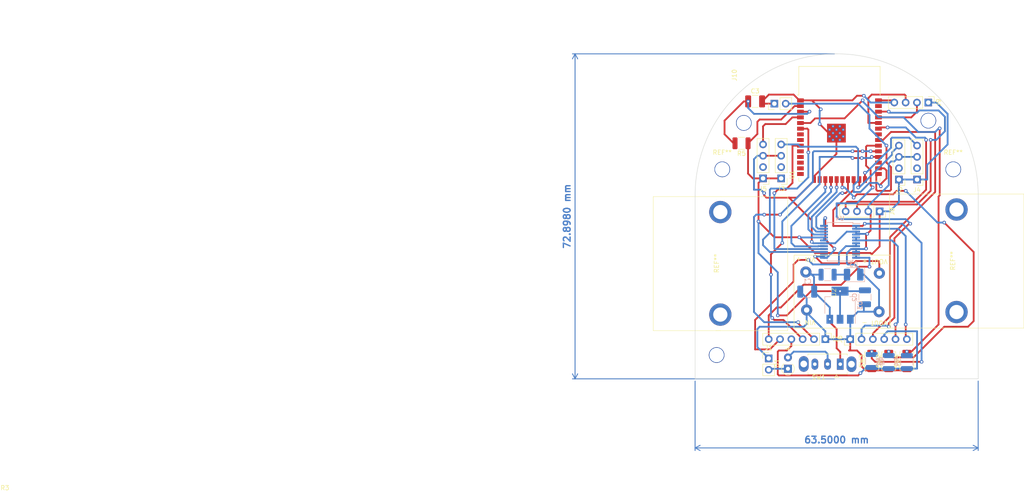
<source format=kicad_pcb>
(kicad_pcb (version 20221018) (generator pcbnew)
  (layers (0 "F.Cu" signal) (31 "B.Cu" signal) (34 "B.Paste" user) (35 "F.Paste" user) (36 "B.SilkS" user "B.Silkscreen") (37 "F.SilkS" user "F.Silkscreen") (38 "B.Mask" user) (39 "F.Mask" user) (44 "Edge.Cuts" user))
  (net 0 "")
  (net 1 "/VIn")
  (net 2 "GND")
  (net 3 "/3.3v")
  (net 4 "Net-(D1-A)")
  (net 5 "Net-(D1-K)")
  (net 6 "/BTN3")
  (net 7 "Net-(D3-A)")
  (net 9 "/SHARP_D")
  (net 11 "/SHARP_I")
  (net 13 "/SHARP_C")
  (net 15 "/CNY70")
  (net 16 "/MA1")
  (net 17 "/MA2")
  (net 18 "/AO1")
  (net 19 "/AO2")
  (net 20 "/MB1")
  (net 21 "/MB2")
  (net 22 "/BO2")
  (net 23 "/BO1")
  (net 24 "/SCL")
  (net 25 "/SDA")
  (net 26 "/BTN1")
  (net 27 "/BTN2")
  (net 29 "/RX")
  (net 30 "/TX")
  (net 38 "/P0")
  (net 41 "/PWMB")
  (net 42 "/PWMA")
  (net 44 "/Vm")
  (net 45 "/INA2")
  (net 46 "/INA1")
  (net 47 "/INB2")
  (net 48 "/INB1")
  (net 50 "/EN")
  (footprint "" (layer "F.Cu") (at 150.622 118.364)
    (fp_text reference "")
    (fp_text value "")
  )
  (footprint "Connector_PinHeader_2.54mm:PinHeader_1x04_P2.54mm_Vertical" (layer "F.Cu") (at 195.58 78.994 180)
    (fp_text reference "J4")
    (fp_text value "Conn_01x04_Male")
  )
  (footprint "RF_Module:ESP32-WROOM-32" (layer "F.Cu") (at 178.176 69.489)
    (fp_text reference "U1")
    (fp_text value "ESP32-WROOM-32" hide)
  )
  (footprint "propios:MotorHolder" (layer "F.Cu") (at 140.462 97.79 90)
    (fp_text reference "REF**")
    (fp_text value "MotorHolder")
  )
  (footprint "" (layer "F.Cu") (at 156.718 66.294)
    (fp_text reference "")
    (fp_text value "")
  )
  (footprint "Connector_PinHeader_2.54mm:PinHeader_1x06_P2.54mm_Vertical" (layer "F.Cu") (at 175.006 114.808 -90)
    (fp_text reference "J7")
    (fp_text value "Conn_01x06_Female" hide)
  )
  (footprint "MountingHole:MountingHole_3.2mm_M3_DIN965_Pad" (layer "F.Cu") (at 203.708 76.708)
    (fp_text reference "REF**")
    (fp_text value "MountingHole_3.2mm_M3_DIN965_Pad")
  )
  (footprint "MountingHole:MountingHole_3.2mm_M3_DIN965_Pad" (layer "F.Cu") (at 151.892 76.708)
    (fp_text reference "REF**")
    (fp_text value "MountingHole_3.2mm_M3_DIN965_Pad")
  )
  (footprint "Connector_PinHeader_2.54mm:PinHeader_1x04_P2.54mm_Vertical" (layer "F.Cu") (at 161.036 78.74 180)
    (fp_text reference "J5")
    (fp_text value "Conn_01x04_Male")
  )
  (footprint "Button_Switch_THT:SW_Slide_1P2T_CK_OS102011MS2Q" (layer "F.Cu") (at 177.514 120.396 180)
    (fp_text reference "SW1")
    (fp_text value "SW_DPDT_x2" hide)
  )
  (footprint "propios:Sx1308" (layer "F.Cu") (at 177.4055 104.341 90)
    (fp_text reference "U2")
    (fp_text value "Mt3608")
  )
  (footprint "Capacitor_SMD:C_1210_3225Metric_Pad1.33x2.70mm_HandSolder" (layer "F.Cu") (at 159.258 61.468)
    (fp_text reference "C3")
    (fp_text value "1uf")
  )
  (footprint "Button_Switch_SMD:SW_Push_SPST_NO_Alps_SKRK" (layer "F.Cu") (at 185.42 119.6955 90)
    (fp_text reference "SW3")
    (fp_text value "SW_Push")
  )
  (footprint "Button_Switch_SMD:SW_Push_SPST_NO_Alps_SKRK" (layer "F.Cu") (at 189.23 119.6955 90)
    (fp_text reference "SW2")
    (fp_text value "SW_Push")
  )
  (footprint "Connector_PinHeader_2.54mm:PinHeader_1x02_P2.54mm_Vertical" (layer "F.Cu") (at 162.306 119.126)
    (fp_text reference "J1")
    (fp_text value "Conn_01x02_Male")
  )
  (footprint "Connector_PinHeader_2.54mm:PinHeader_1x06_P2.54mm_Vertical" (layer "F.Cu") (at 180.594 114.808 90)
    (fp_text reference "J6")
    (fp_text value "Conn_01x06_Female")
  )
  (footprint "" (layer "F.Cu") (at 198.12 65.786)
    (fp_text reference "")
    (fp_text value "")
  )
  (footprint "Connector_PinSocket_2.54mm:PinSocket_1x04_P2.54mm_Vertical" (layer "F.Cu") (at 187.188 86.131 -90)
    (fp_text reference "J8")
    (fp_text value "Conn_01x04_Socket")
  )
  (footprint "Diode_THT:D_A-405_P2.54mm_Vertical_AnodeUp" (layer "F.Cu") (at 166.624 121.441 90)
    (fp_text reference "D1")
    (fp_text value "type=\"D\" model=\"DIODE\" lib=\"\"")
  )
  (footprint "propios:MotorHolder" (layer "F.Cu") (at 193.45 97.217 90)
    (fp_text reference "REF**")
    (fp_text value "MotorHolder")
  )
  (footprint "Button_Switch_SMD:SW_Push_SPST_NO_Alps_SKRK" (layer "F.Cu") (at 193.294 119.6955 90)
    (fp_text reference "SW4")
    (fp_text value "SW_Push")
  )
  (footprint "Connector_PinHeader_2.54mm:PinHeader_1x02_P2.54mm_Vertical" (layer "F.Cu") (at 163.576 61.976 90)
    (fp_text reference "J10")
    (fp_text value "Conn_01x02_Pin")
  )
  (footprint "Connector_PinHeader_2.54mm:PinHeader_1x04_P2.54mm_Vertical" (layer "F.Cu") (at 198.1 61.722 -90)
    (fp_text reference "J9")
    (fp_text value "Conn_01x04_Pin")
  )
  (footprint "Connector_PinHeader_2.54mm:PinHeader_1x04_P2.54mm_Vertical" (layer "F.Cu") (at 165.1 78.74 180)
    (fp_text reference "J3")
    (fp_text value "Conn_01x04_Male")
  )
  (footprint "Resistor_SMD:R_1210_3225Metric" (layer "F.Cu") (at 156.21 70.866 180)
    (fp_text reference "R5")
    (fp_text value "10k")
  )
  (footprint "Connector_PinHeader_2.54mm:PinHeader_1x04_P2.54mm_Vertical" (layer "F.Cu") (at 191.516 78.994 180)
    (fp_text reference "J2")
    (fp_text value "Conn_01x04_Male")
  )
  (footprint "Resistor_SMD:R_1210_3225Metric" (layer "B.Cu") (at 175.514 100.33 180)
    (fp_text reference "R3")
    (fp_text value "R")
  )
  (footprint "Resistor_SMD:R_1210_3225Metric" (layer "B.Cu") (at 189.23 119.9495 -90)
    (fp_text reference "R1")
    (fp_text value "R")
  )
  (footprint "Capacitor_SMD:C_1210_3225Metric_Pad1.33x2.70mm_HandSolder" (layer "B.Cu") (at 170.942 104.14 180)
    (fp_text reference "C1")
    (fp_text value "C_Polarized")
  )
  (footprint "LED_SMD:LED_1210_3225Metric_Pad1.42x2.65mm_HandSolder" (layer "B.Cu") (at 181.356 100.33 180)
    (fp_text reference "D3")
    (fp_text value "LED")
  )
  (footprint "Package_TO_SOT_SMD:SOT-223-3_TabPin2" (layer "B.Cu") (at 178.308 107.188 90)
    (fp_text reference "U3")
    (fp_text value "AMS1117-3.3")
  )
  (footprint "Resistor_SMD:R_1210_3225Metric" (layer "B.Cu") (at 193.294 119.9495 -90)
    (fp_text reference "R4")
    (fp_text value "R")
  )
  (footprint "Capacitor_SMD:C_1210_3225Metric_Pad1.33x2.70mm_HandSolder" (layer "B.Cu") (at 183.896 105.41 -90)
    (fp_text reference "C2")
    (fp_text value "C_Polarized")
  )
  (footprint "Package_SO:SSOP-24_5.3x8.2mm_P0.65mm" (layer "B.Cu") (at 178.308 92.964 180)
    (fp_text reference "U4")
    (fp_text value "TB6612FNG")
  )
  (footprint "Resistor_SMD:R_1210_3225Metric" (layer "B.Cu") (at 185.42 119.6955 90)
    (fp_text reference "R2")
    (fp_text value "R")
  )
  (gr_arc (start 145.796 82.55) (mid 177.546 50.8) (end 209.296 82.55) (stroke (width 0.1)) (layer "Edge.Cuts"))
  (gr_line (start 209.296 82.55) (end 209.296 112.776) (stroke (width 0.1)) (layer "Edge.Cuts"))
  (gr_line (start 145.796 123.698) (end 209.296 123.698) (stroke (width 0.1)) (layer "Edge.Cuts"))
  (gr_line (start 145.796 112.776) (end 145.796 123.698) (stroke (width 0.1)) (layer "Edge.Cuts"))
  (gr_line (start 145.796 112.776) (end 145.796 82.55) (stroke (width 0.1)) (layer "Edge.Cuts"))
  (gr_line (start 209.296 123.698) (end 209.296 112.776) (stroke (width 0.1)) (layer "Edge.Cuts"))
  (dimension (type aligned) (layer "B.Cu") (pts (xy 145.796 123.698) (xy 209.296 123.698)) (height 15.494) (gr_text "63,5000 mm" (at 177.546 137.392) (layer "B.Cu") (effects (font (size 1.5 1.5) (thickness 0.3)))) (format (prefix "") (suffix "") (units 3) (units_format 1) (precision 4)) (style (thickness 0.2) (arrow_length 1.27) (text_position_mode 0) (extension_height 0.58642) (extension_offset 0.5) keep_text_aligned))
  (dimension (type aligned) (layer "B.Cu") (pts (xy 177.546 123.698) (xy 177.546 50.8)) (height -58.674) (gr_text "72,8980 mm" (at 117.072 87.249 90) (layer "B.Cu") (effects (font (size 1.5 1.5) (thickness 0.3)))) (format (prefix "") (suffix "") (units 3) (units_format 1) (precision 4)) (style (thickness 0.2) (arrow_length 1.27) (text_position_mode 0) (extension_height 0.58642) (extension_offset 0.5) keep_text_aligned))
  (segment (start 178.354 117.648) (end 177.546 116.84) (width 0.4) (layer "F.Cu") (net 1))
  (segment (start 177.546 116.84) (end 177.546 112.522) (width 0.4) (layer "F.Cu") (net 1))
  (segment (start 176.008 110.984) (end 176.008 110.338) (width 0.4) (layer "F.Cu") (net 1))
  (segment (start 177.546 112.522) (end 176.008 110.984) (width 0.4) (layer "F.Cu") (net 1))
  (segment (start 178.354 120.416) (end 178.354 117.648) (width 0.4) (layer "F.Cu") (net 1))
  (via (at 176.008 110.338) (size 0.8) (drill 0.4) (layers "F.Cu" "B.Cu") (net 1))
  (segment (start 172.466 100.838) (end 171.367 99.739) (width 0.4) (layer "B.Cu") (net 1))
  (segment (start 174.0515 100.33) (end 171.2265 100.33) (width 0.4) (layer "B.Cu") (net 1))
  (segment (start 171.2265 100.33) (end 170.6355 99.739) (width 0.4) (layer "B.Cu") (net 1))
  (segment (start 176.008 107.682) (end 172.466 104.14) (width 0.4) (layer "B.Cu") (net 1))
  (segment (start 172.466 104.14) (end 172.466 100.838) (width 0.4) (layer "B.Cu") (net 1))
  (segment (start 171.367 99.739) (end 170.6355 99.739) (width 0.4) (layer "B.Cu") (net 1))
  (segment (start 176.008 110.338) (end 176.008 107.682) (width 0.4) (layer "B.Cu") (net 1))
  (segment (start 172.466 78.269) (end 177.496 73.239) (width 0.4) (layer "F.Cu") (net 2))
  (segment (start 182.118 117.348) (end 180.34 117.348) (width 0.4) (layer "F.Cu") (net 2))
  (segment (start 161.29 82.55) (end 161.29 82.042) (width 0.4) (layer "F.Cu") (net 2))
  (segment (start 185.166 90.424) (end 185.166 86.649) (width 0.4) (layer "F.Cu") (net 2))
  (segment (start 183.134 118.364) (end 182.118 117.348) (width 0.4) (layer "F.Cu") (net 2))
  (segment (start 184.404 91.186) (end 185.166 90.424) (width 0.4) (layer "F.Cu") (net 2))
  (segment (start 169.426 61.239) (end 169.189 61.239) (width 0.4) (layer "F.Cu") (net 2))
  (segment (start 163.576 61.976) (end 161.0745 61.976) (width 0.4) (layer "F.Cu") (net 2))
  (segment (start 184.15 91.44) (end 184.404 91.186) (width 0.4) (layer "F.Cu") (net 2))
  (segment (start 169.189 61.239) (end 167.894 59.944) (width 0.4) (layer "F.Cu") (net 2))
  (segment (start 175.767 68.579) (end 173.736 66.548) (width 0.4) (layer "F.Cu") (net 2))
  (segment (start 169.164 82.55) (end 168.656 83.058) (width 0.4) (layer "F.Cu") (net 2))
  (segment (start 172.466 78.999) (end 172.466 78.269) (width 0.4) (layer "F.Cu") (net 2))
  (segment (start 182.118 60.198) (end 183.642 60.198) (width 0.4) (layer "F.Cu") (net 2))
  (segment (start 171.983 61.239) (end 171.704 61.239) (width 0.4) (layer "F.Cu") (net 2))
  (segment (start 168.656 83.058) (end 166.878 83.058) (width 0.4) (layer "F.Cu") (net 2))
  (segment (start 165.1 73.66) (end 161.036 73.66) (width 0.4) (layer "F.Cu") (net 2))
  (segment (start 166.878 83.058) (end 161.798 83.058) (width 0.4) (layer "F.Cu") (net 2))
  (segment (start 171.958 92.964) (end 171.958 88.138) (width 0.4) (layer "F.Cu") (net 2))
  (segment (start 177.496 68.579) (end 175.767 68.579) (width 0.4) (layer "F.Cu") (net 2))
  (segment (start 172.466 79.248) (end 169.164 82.55) (width 0.4) (layer "F.Cu") (net 2))
  (segment (start 171.704 61.239) (end 169.426 61.239) (width 0.4) (layer "F.Cu") (net 2))
  (segment (start 183.134 120.904) (end 183.134 118.364) (width 0.4) (layer "F.Cu") (net 2))
  (segment (start 177.496 73.239) (end 177.496 68.579) (width 0.4) (layer "F.Cu") (net 2))
  (segment (start 171.958 88.138) (end 166.878 83.058) (width 0.4) (layer "F.Cu") (net 2))
  (segment (start 185.166 86.649) (end 184.648 86.131) (width 0.4) (layer "F.Cu") (net 2))
  (segment (start 161.798 83.058) (end 161.29 82.55) (width 0.4) (layer "F.Cu") (net 2))
  (segment (start 180.594 117.094) (end 180.594 114.808) (width 0.4) (layer "F.Cu") (net 2))
  (segment (start 172.466 78.999) (end 172.466 79.248) (width 0.4) (layer "F.Cu") (net 2))
  (segment (start 185.42 121.7955) (end 184.0255 121.7955) (width 0.4) (layer "F.Cu") (net 2))
  (segment (start 171.704 61.239) (end 181.077 61.239) (width 0.4) (layer "F.Cu") (net 2))
  (segment (start 181.077 61.239) (end 182.118 60.198) (width 0.4) (layer "F.Cu") (net 2))
  (segment (start 167.894 59.944) (end 162.3445 59.944) (width 0.4) (layer "F.Cu") (net 2))
  (segment (start 184.15 94.488) (end 184.15 91.44) (width 0.4) (layer "F.Cu") (net 2))
  (segment (start 189.997 61.239) (end 186.926 61.239) (width 0.4) (layer "F.Cu") (net 2))
  (segment (start 180.34 117.348) (end 180.594 117.094) (width 0.4) (layer "F.Cu") (net 2))
  (segment (start 173.99 63.246) (end 171.983 61.239) (width 0.4) (layer "F.Cu") (net 2))
  (segment (start 162.3445 59.944) (end 160.8205 61.468) (width 0.4) (layer "F.Cu") (net 2))
  (segment (start 193.294 121.7955) (end 185.42 121.7955) (width 0.4) (layer "F.Cu") (net 2))
  (segment (start 190.48 61.722) (end 189.997 61.239) (width 0.4) (layer "F.Cu") (net 2))
  (segment (start 184.0255 121.7955) (end 183.134 120.904) (width 0.4) (layer "F.Cu") (net 2))
  (via (at 161.29 82.042) (size 0.8) (drill 0.4) (layers "F.Cu" "B.Cu") (net 2))
  (via (at 173.736 66.548) (size 0.8) (drill 0.4) (layers "F.Cu" "B.Cu") (net 2))
  (via (at 183.642 60.198) (size 0.8) (drill 0.4) (layers "F.Cu" "B.Cu") (net 2))
  (via (at 184.404 91.186) (size 0.8) (drill 0.4) (layers "F.Cu" "B.Cu") (net 2))
  (via (at 171.958 92.964) (size 0.8) (drill 0.4) (layers "F.Cu" "B.Cu") (net 2))
  (via (at 173.99 63.246) (size 0.8) (drill 0.4) (layers "F.Cu" "B.Cu") (net 2))
  (via (at 184.15 94.488) (size 0.8) (drill 0.4) (layers "F.Cu" "B.Cu") (net 2))
  (segment (start 187.0555 108.639) (end 183.642 108.639) (width 0.4) (layer "B.Cu") (net 2))
  (segment (start 182.8435 100.33) (end 182.8435 99.2775) (width 0.4) (layer "B.Cu") (net 2))
  (segment (start 184.049 94.589) (end 184.15 94.488) (width 0.4) (layer "B.Cu") (net 2))
  (segment (start 181.61 98.044) (end 180.086 98.044) (width 0.4) (layer "B.Cu") (net 2))
  (segment (start 160.274 112.014) (end 159.766 112.522) (width 0.4) (layer "B.Cu") (net 2))
  (segment (start 172.283 93.289) (end 171.958 92.964) (width 0.4) (layer "B.Cu") (net 2))
  (segment (start 184.404 91.186) (end 182.061 91.186) (width 0.4) (layer "B.Cu") (net 2))
  (segment (start 184.648 86.131) (end 184.648 84.846) (width 0.4) (layer "B.Cu") (net 2))
  (segment (start 185.166 61.722) (end 190.48 61.722) (width 0.4) (layer "B.Cu") (net 2))
  (segment (start 182.8435 99.2775) (end 181.61 98.044) (width 0.4) (layer "B.Cu") (net 2))
  (segment (start 159.766 73.66) (end 161.036 73.66) (width 0.4) (layer "B.Cu") (net 2))
  (segment (start 183.642 108.639) (end 182.307 108.639) (width 0.4) (layer "B.Cu") (net 2))
  (segment (start 159.004 74.422) (end 159.766 73.66) (width 0.4) (layer "B.Cu") (net 2))
  (segment (start 183.642 100.33) (end 182.8435 100.33) (width 0.4) (layer "B.Cu") (net 2))
  (segment (start 160.528 81.28) (end 159.004 81.28) (width 0.4) (layer "B.Cu") (net 2))
  (segment (start 180.594 114.808) (end 175.006 114.808) (width 0.4) (layer "B.Cu") (net 2))
  (segment (start 161.29 82.042) (end 160.528 81.28) (width 0.4) (layer "B.Cu") (net 2))
  (segment (start 184.648 84.846) (end 189.23 80.264) (width 0.4) (layer "B.Cu") (net 2))
  (segment (start 170.8155 108.259) (end 170.8155 108.8395) (width 0.4) (layer "B.Cu") (net 2))
  (segment (start 183.642 108.639) (end 183.642 107.2265) (width 0.4) (layer "B.Cu") (net 2))
  (segment (start 181.908 90.689) (end 179.821 90.689) (width 0.4) (layer "B.Cu") (net 2))
  (segment (start 182.307 108.639) (end 180.608 110.338) (width 0.4) (layer "B.Cu") (net 2))
  (segment (start 189.23 80.264) (end 189.23 75.438) (width 0.4) (layer "B.Cu") (net 2))
  (segment (start 173.736 66.548) (end 173.736 63.5) (width 0.4) (layer "B.Cu") (net 2))
  (segment (start 189.23 75.438) (end 189.738 74.93) (width 0.4) (layer "B.Cu") (net 2))
  (segment (start 181.908 94.589) (end 184.049 94.589) (width 0.4) (layer "B.Cu") (net 2))
  (segment (start 190.5 74.93) (end 191.516 73.914) (width 0.4) (layer "B.Cu") (net 2))
  (segment (start 159.766 116.586) (end 162.306 119.126) (width 0.4) (layer "B.Cu") (net 2))
  (segment (start 179.821 90.689) (end 177.221 93.289) (width 0.4) (layer "B.Cu") (net 2))
  (segment (start 170.8155 108.259) (end 170.8155 111.3785) (width 0.4) (layer "B.Cu") (net 2))
  (segment (start 195.58 73.914) (end 191.516 73.914) (width 0.4) (layer "B.Cu") (net 2))
  (segment (start 170.8155 108.259) (end 170.8155 105.576) (width 0.4) (layer "B.Cu") (net 2))
  (segment (start 180.608 114.794) (end 180.594 114.808) (width 0.4) (layer "B.Cu") (net 2))
  (segment (start 170.8155 105.576) (end 169.3795 104.14) (width 0.4) (layer "B.Cu") (net 2))
  (segment (start 170.8155 108.8395) (end 175.006 113.03) (width 0.4) (layer "B.Cu") (net 2))
  (segment (start 181.908 90.689) (end 181.908 91.339) (width 0.4) (layer "B.Cu") (net 2))
  (segment (start 189.738 74.93) (end 190.5 74.93) (width 0.4) (layer "B.Cu") (net 2))
  (segment (start 179.832 95.504) (end 180.747 94.589) (width 0.4) (layer "B.Cu") (net 2))
  (segment (start 187.0555 108.639) (end 187.0555 103.7435) (width 0.4) (layer "B.Cu") (net 2))
  (segment (start 173.736 63.5) (end 173.99 63.246) (width 0.4) (layer "B.Cu") (net 2))
  (segment (start 187.0555 103.7435) (end 183.642 100.33) (width 0.4) (layer "B.Cu") (net 2))
  (segment (start 159.004 81.28) (end 159.004 74.422) (width 0.4) (layer "B.Cu") (net 2))
  (segment (start 179.832 97.79) (end 179.832 95.504) (width 0.4) (layer "B.Cu") (net 2))
  (segment (start 180.086 98.044) (end 179.832 97.79) (width 0.4) (layer "B.Cu") (net 2))
  (segment (start 170.8155 111.3785) (end 170.18 112.014) (width 0.4) (layer "B.Cu") (net 2))
  (segment (start 183.642 60.198) (end 185.166 61.722) (width 0.4) (layer "B.Cu") (net 2))
  (segment (start 170.18 112.014) (end 160.274 112.014) (width 0.4) (layer "B.Cu") (net 2))
  (segment (start 175.006 113.03) (end 175.006 114.808) (width 0.4) (layer "B.Cu") (net 2))
  (segment (start 177.221 93.289) (end 174.708 93.289) (width 0.4) (layer "B.Cu") (net 2))
  (segment (start 174.708 93.289) (end 172.283 93.289) (width 0.4) (layer "B.Cu") (net 2))
  (segment (start 181.908 95.239) (end 181.908 94.589) (width 0.4) (layer "B.Cu") (net 2))
  (segment (start 180.747 94.589) (end 181.908 94.589) (width 0.4) (layer "B.Cu") (net 2))
  (segment (start 180.608 110.338) (end 180.608 114.794) (width 0.4) (layer "B.Cu") (net 2))
  (segment (start 182.061 91.186) (end 181.908 91.339) (width 0.4) (layer "B.Cu") (net 2))
  (segment (start 159.766 112.522) (end 159.766 116.586) (width 0.4) (layer "B.Cu") (net 2))
  (segment (start 183.642 107.2265) (end 183.896 106.9725) (width 0.4) (layer "B.Cu") (net 2))
  (segment (start 187.188 86.131) (end 187.188 93.99) (width 0.4) (layer "F.Cu") (net 3))
  (segment (start 169.672 106.172) (end 166.37 109.474) (width 0.4) (layer "F.Cu") (net 3))
  (segment (start 160.02 88.392) (end 160.02 79.756) (width 0.4) (layer "F.Cu") (net 3))
  (segment (start 169.426 62.509) (end 168.123 62.509) (width 0.4) (layer "F.Cu") (net 3))
  (segment (start 161.036 78.74) (end 158.75 78.74) (width 0.4) (layer "F.Cu") (net 3))
  (segment (start 171.806 104.038) (end 169.672 106.172) (width 0.4) (layer "F.Cu") (net 3))
  (segment (start 187.188 93.99) (end 185.42 95.758) (width 0.4) (layer "F.Cu") (net 3))
  (segment (start 167.386 116.332) (end 167.386 114.808) (width 0.4) (layer "F.Cu") (net 3))
  (segment (start 166.37 117.348) (end 167.386 116.332) (width 0.4) (layer "F.Cu") (net 3))
  (segment (start 185.128 95.466) (end 172.682 95.466) (width 0.4) (layer "F.Cu") (net 3))
  (segment (start 158.75 78.74) (end 157.6725 77.6625) (width 0.4) (layer "F.Cu") (net 3))
  (segment (start 168.123 62.509) (end 165.1 65.532) (width 0.4) (layer "F.Cu") (net 3))
  (segment (start 178.308 104.038) (end 171.806 104.038) (width 0.4) (layer "F.Cu") (net 3))
  (segment (start 159.766 66.04) (end 160.274 65.532) (width 0.4) (layer "F.Cu") (net 3))
  (segment (start 182.372 122.936) (end 164.592 122.936) (width 0.4) (layer "F.Cu") (net 3))
  (segment (start 172.682 95.466) (end 169.164 91.948) (width 0.4) (layer "F.Cu") (net 3))
  (segment (start 185.42 95.758) (end 185.128 95.466) (width 0.4) (layer "F.Cu") (net 3))
  (segment (start 165.1 78.74) (end 161.036 78.74) (width 0.4) (layer "F.Cu") (net 3))
  (segment (start 164.592 117.348) (end 166.37 117.348) (width 0.4) (layer "F.Cu") (net 3))
  (segment (start 182.88 122.428) (end 182.372 122.936) (width 0.4) (layer "F.Cu") (net 3))
  (segment (start 160.02 79.756) (end 161.036 78.74) (width 0.4) (layer "F.Cu") (net 3))
  (segment (start 159.766 68.7725) (end 159.766 66.04) (width 0.4) (layer "F.Cu") (net 3))
  (segment (start 157.6725 77.6625) (end 157.6725 70.866) (width 0.4) (layer "F.Cu") (net 3))
  (segment (start 160.274 65.532) (end 165.1 65.532) (width 0.4) (layer "F.Cu") (net 3))
  (segment (start 163.576 91.948) (end 160.02 88.392) (width 0.4) (layer "F.Cu") (net 3))
  (segment (start 164.338 117.602) (end 164.592 117.348) (width 0.4) (layer "F.Cu") (net 3))
  (segment (start 164.592 122.936) (end 164.338 122.682) (width 0.4) (layer "F.Cu") (net 3))
  (segment (start 166.37 109.474) (end 164.338 109.474) (width 0.4) (layer "F.Cu") (net 3))
  (segment (start 169.164 91.948) (end 163.576 91.948) (width 0.4) (layer "F.Cu") (net 3))
  (segment (start 164.338 122.682) (end 164.338 117.602) (width 0.4) (layer "F.Cu") (net 3))
  (segment (start 157.6725 70.866) (end 159.766 68.7725) (width 0.4) (layer "F.Cu") (net 3))
  (via (at 169.164 91.948) (size 0.8) (drill 0.4) (layers "F.Cu" "B.Cu") (net 3))
  (via (at 178.308 104.038) (size 0.8) (drill 0.4) (layers "F.Cu" "B.Cu") (net 3))
  (via (at 182.88 122.428) (size 0.8) (drill 0.4) (layers "F.Cu" "B.Cu") (net 3))
  (via (at 160.02 88.392) (size 0.8) (drill 0.4) (layers "F.Cu" "B.Cu") (net 3))
  (via (at 164.338 109.474) (size 0.8) (drill 0.4) (layers "F.Cu" "B.Cu") (net 3))
  (segment (start 195.58 121.412) (end 193.294 121.412) (width 0.4) (layer "B.Cu") (net 3))
  (segment (start 164.338 99.822) (end 160.02 95.504) (width 0.4) (layer "B.Cu") (net 3))
  (segment (start 185.674 121.412) (end 185.42 121.158) (width 0.4) (layer "B.Cu") (net 3))
  (segment (start 197.866 75.692) (end 202.438 71.12) (width 0.4) (layer "B.Cu") (net 3))
  (segment (start 191.516 84.074) (end 191.516 78.994) (width 0.4) (layer "B.Cu") (net 3))
  (segment (start 197.866 78.994) (end 197.866 75.692) (width 0.4) (layer "B.Cu") (net 3))
  (segment (start 183.7055 104.038) (end 178.308 104.038) (width 0.4) (layer "B.Cu") (net 3))
  (segment (start 184.15 121.158) (end 182.88 122.428) (width 0.4) (layer "B.Cu") (net 3))
  (segment (start 188.214 114.808) (end 188.214 113.792) (width 0.4) (layer "B.Cu") (net 3))
  (segment (start 193.294 121.412) (end 185.674 121.412) (width 0.4) (layer "B.Cu") (net 3))
  (segment (start 174.708 92.639) (end 174.708 91.989) (width 0.4) (layer "B.Cu") (net 3))
  (segment (start 195.58 78.994) (end 191.516 78.994) (width 0.4) (layer "B.Cu") (net 3))
  (segment (start 188.214 113.792) (end 188.976 113.03) (width 0.4) (layer "B.Cu") (net 3))
  (segment (start 183.896 103.8475) (end 183.7055 104.038) (width 0.4) (layer "B.Cu") (net 3))
  (segment (start 195.58 113.03) (end 195.58 121.412) (width 0.4) (layer "B.Cu") (net 3))
  (segment (start 195.58 78.994) (end 197.866 78.994) (width 0.4) (layer "B.Cu") (net 3))
  (segment (start 185.42 121.158) (end 184.15 121.158) (width 0.4) (layer "B.Cu") (net 3))
  (segment (start 202.438 71.12) (end 202.438 64.262) (width 0.4) (layer "B.Cu") (net 3))
  (segment (start 187.188 86.131) (end 189.459 86.131) (width 0.4) (layer "B.Cu") (net 3))
  (segment (start 199.898 61.722) (end 198.1 61.722) (width 0.4) (layer "B.Cu") (net 3))
  (segment (start 202.438 64.262) (end 199.898 61.722) (width 0.4) (layer "B.Cu") (net 3))
  (segment (start 178.308 110.338) (end 178.308 104.038) (width 0.4) (layer "B.Cu") (net 3))
  (segment (start 160.02 95.504) (end 160.02 88.392) (width 0.4) (layer "B.Cu") (net 3))
  (segment (start 164.338 109.474) (end 164.338 99.822) (width 0.4) (layer "B.Cu") (net 3))
  (segment (start 189.459 86.131) (end 191.516 84.074) (width 0.4) (layer "B.Cu") (net 3))
  (segment (start 169.205 91.989) (end 169.164 91.948) (width 0.4) (layer "B.Cu") (net 3))
  (segment (start 174.708 91.989) (end 169.205 91.989) (width 0.4) (layer "B.Cu") (net 3))
  (segment (start 188.976 113.03) (end 195.58 113.03) (width 0.4) (layer "B.Cu") (net 3))
  (segment (start 166.624 121.441) (end 162.531 121.441) (width 0.4) (layer "B.Cu") (net 4))
  (segment (start 162.531 121.441) (end 162.306 121.666) (width 0.4) (layer "B.Cu") (net 4))
  (segment (start 175.514 120.396) (end 175.514 118.11) (width 0.4) (layer "B.Cu") (net 5))
  (segment (start 167.923 117.602) (end 166.624 118.901) (width 0.4) (layer "B.Cu") (net 5))
  (segment (start 175.514 118.11) (end 175.006 117.602) (width 0.4) (layer "B.Cu") (net 5))
  (segment (start 175.006 117.602) (end 167.923 117.602) (width 0.4) (layer "B.Cu") (net 5))
  (segment (start 183.388 61.214) (end 179.324 65.278) (width 0.4) (layer "F.Cu") (net 6))
  (segment (start 200.406 82.804) (end 200.406 111.506) (width 0.4) (layer "F.Cu") (net 6))
  (segment (start 171.679 66.319) (end 169.426 66.319) (width 0.4) (layer "F.Cu") (net 6))
  (segment (start 194.3165 117.5955) (end 193.294 117.5955) (width 0.4) (layer "F.Cu") (net 6))
  (segment (start 179.324 65.278) (end 172.72 65.278) (width 0.4) (layer "F.Cu") (net 6))
  (segment (start 200.66 67.525417) (end 200.66 82.55) (width 0.4) (layer "F.Cu") (net 6))
  (segment (start 200.406 111.506) (end 194.3165 117.5955) (width 0.4) (layer "F.Cu") (net 6))
  (segment (start 200.66 82.55) (end 200.406 82.804) (width 0.4) (layer "F.Cu") (net 6))
  (segment (start 172.72 65.278) (end 171.679 66.319) (width 0.4) (layer "F.Cu") (net 6))
  (via (at 200.66 67.525417) (size 0.8) (drill 0.4) (layers "F.Cu" "B.Cu") (net 6))
  (via (at 193.294 117.5955) (size 0.8) (drill 0.4) (layers "F.Cu" "B.Cu") (net 6))
  (via (at 183.388 61.214) (size 0.8) (drill 0.4) (layers "F.Cu" "B.Cu") (net 6))
  (segment (start 200.444583 67.525417) (end 199.644 68.326) (width 0.4) (layer "B.Cu") (net 6))
  (segment (start 192.532 65.024) (end 186.944 65.024) (width 0.4) (layer "B.Cu") (net 6))
  (segment (start 195.834 68.326) (end 194.818 67.31) (width 0.4) (layer "B.Cu") (net 6))
  (segment (start 193.294 118.487) (end 193.294 117.5955) (width 0.4) (layer "B.Cu") (net 6))
  (segment (start 183.388 61.468) (end 183.388 61.214) (width 0.4) (layer "B.Cu") (net 6))
  (segment (start 200.66 67.525417) (end 200.444583 67.525417) (width 0.4) (layer "B.Cu") (net 6))
  (segment (start 186.944 65.024) (end 183.388 61.468) (width 0.4) (layer "B.Cu") (net 6))
  (segment (start 194.818 67.31) (end 192.532 65.024) (width 0.4) (layer "B.Cu") (net 6))
  (segment (start 199.644 68.326) (end 195.834 68.326) (width 0.4) (layer "B.Cu") (net 6))
  (segment (start 179.8685 100.33) (end 176.9765 100.33) (width 0.4) (layer "B.Cu") (net 7))
  (segment (start 182.626 80.518) (end 182.626 78.999) (width 0.4) (layer "F.Cu") (net 9))
  (segment (start 182.372 80.772) (end 182.626 80.518) (width 0.4) (layer "F.Cu") (net 9))
  (via (at 182.372 80.772) (size 0.8) (drill 0.4) (layers "F.Cu" "B.Cu") (net 9))
  (segment (start 189.992 72.898) (end 191.516 71.374) (width 0.4) (layer "B.Cu") (net 9))
  (segment (start 182.626 80.772) (end 189.992 73.406) (width 0.4) (layer "B.Cu") (net 9))
  (segment (start 182.372 80.772) (end 182.626 80.772) (width 0.4) (layer "B.Cu") (net 9))
  (segment (start 189.992 73.406) (end 189.992 72.898) (width 0.4) (layer "B.Cu") (net 9))
  (segment (start 188.239 76.479) (end 186.926 76.479) (width 0.4) (layer "F.Cu") (net 11))
  (segment (start 188.722 78.74) (end 188.722 76.962) (width 0.4) (layer "F.Cu") (net 11))
  (segment (start 188.722 76.962) (end 188.239 76.479) (width 0.4) (layer "F.Cu") (net 11))
  (segment (start 187.452 80.01) (end 188.722 78.74) (width 0.4) (layer "F.Cu") (net 11))
  (segment (start 187.452 80.518) (end 187.452 80.01) (width 0.4) (layer "F.Cu") (net 11))
  (via (at 187.452 80.518) (size 0.8) (drill 0.4) (layers "F.Cu" "B.Cu") (net 11))
  (segment (start 184.912 79.756) (end 182.88 81.788) (width 0.4) (layer "B.Cu") (net 11))
  (segment (start 181.356 80.264) (end 182.372 79.248) (width 0.4) (layer "B.Cu") (net 11))
  (segment (start 182.88 81.788) (end 181.356 81.788) (width 0.4) (layer "B.Cu") (net 11))
  (segment (start 181.356 81.788) (end 181.356 80.264) (width 0.4) (layer "B.Cu") (net 11))
  (segment (start 182.372 79.248) (end 182.372 72.136) (width 0.4) (layer "B.Cu") (net 11))
  (segment (start 182.372 72.136) (end 181.864 71.628) (width 0.4) (layer "B.Cu") (net 11))
  (segment (start 181.864 71.628) (end 169.418 71.628) (width 0.4) (layer "B.Cu") (net 11))
  (segment (start 168.91 71.12) (end 165.1 71.12) (width 0.4) (layer "B.Cu") (net 11))
  (segment (start 169.418 71.628) (end 168.91 71.12) (width 0.4) (layer "B.Cu") (net 11))
  (segment (start 186.69 79.756) (end 184.912 79.756) (width 0.4) (layer "B.Cu") (net 11))
  (segment (start 187.452 80.518) (end 186.69 79.756) (width 0.4) (layer "B.Cu") (net 11))
  (segment (start 183.896 77.47) (end 183.896 78.999) (width 0.4) (layer "F.Cu") (net 13))
  (via (at 183.896 77.47) (size 0.8) (drill 0.4) (layers "F.Cu" "B.Cu") (net 13))
  (segment (start 184.15 77.47) (end 183.896 77.47) (width 0.4) (layer "B.Cu") (net 13))
  (segment (start 189.738 71.882) (end 189.738 69.85) (width 0.4) (layer "B.Cu") (net 13))
  (segment (start 187.96 73.66) (end 184.15 77.47) (width 0.4) (layer "B.Cu") (net 13))
  (segment (start 189.992 69.596) (end 193.802 69.596) (width 0.4) (layer "B.Cu") (net 13))
  (segment (start 189.738 69.85) (end 189.992 69.596) (width 0.4) (layer "B.Cu") (net 13))
  (segment (start 187.96 73.66) (end 189.738 71.882) (width 0.4) (layer "B.Cu") (net 13))
  (segment (start 193.802 69.596) (end 195.58 71.374) (width 0.4) (layer "B.Cu") (net 13))
  (segment (start 166.116 66.548) (end 161.544 66.548) (width 0.4) (layer "F.Cu") (net 15))
  (segment (start 167.615 65.049) (end 166.116 66.548) (width 0.4) (layer "F.Cu") (net 15))
  (segment (start 161.544 66.548) (end 161.036 67.056) (width 0.4) (layer "F.Cu") (net 15))
  (segment (start 161.036 67.056) (end 161.036 71.12) (width 0.4) (layer "F.Cu") (net 15))
  (segment (start 169.426 65.049) (end 167.615 65.049) (width 0.4) (layer "F.Cu") (net 15))
  (segment (start 190.5 92.202) (end 190.5 109.982) (width 0.4) (layer "F.Cu") (net 16))
  (segment (start 189.23 111.252) (end 189.23 112.014) (width 0.4) (layer "F.Cu") (net 16))
  (segment (start 185.6365 80.772) (end 185.166 80.3015) (width 0.4) (layer "F.Cu") (net 16))
  (segment (start 184.379 71.399) (end 186.926 71.399) (width 0.4) (layer "F.Cu") (net 16))
  (segment (start 190.5 109.982) (end 189.23 111.252) (width 0.4) (layer "F.Cu") (net 16))
  (segment (start 185.166 80.3015) (end 185.166 76.904314) (width 0.4) (layer "F.Cu") (net 16))
  (segment (start 184.15 71.628) (end 184.379 71.399) (width 0.4) (layer "F.Cu") (net 16))
  (segment (start 184.15 75.888314) (end 184.15 71.628) (width 0.4) (layer "F.Cu") (net 16))
  (segment (start 190.5 92.202) (end 193.802 88.9) (width 0.4) (layer "F.Cu") (net 16))
  (segment (start 193.802 88.9) (end 194.056 88.9) (width 0.4) (layer "F.Cu") (net 16))
  (segment (start 185.166 76.904314) (end 184.15 75.888314) (width 0.4) (layer "F.Cu") (net 16))
  (via (at 189.23 112.014) (size 0.8) (drill 0.4) (layers "F.Cu" "B.Cu") (net 16))
  (via (at 194.056 88.9) (size 0.8) (drill 0.4) (layers "F.Cu" "B.Cu") (net 16))
  (via (at 185.6365 80.772) (size 0.8) (drill 0.4) (layers "F.Cu" "B.Cu") (net 16))
  (segment (start 178.054 87.884) (end 193.04 87.884) (width 0.4) (layer "B.Cu") (net 16))
  (segment (start 185.6365 80.772) (end 182.0805 84.328) (width 0.4) (layer "B.Cu") (net 16))
  (segment (start 188.976 111.76) (end 183.896 111.76) (width 0.4) (layer "B.Cu") (net 16))
  (segment (start 182.0805 84.328) (end 177.546 84.328) (width 0.4) (layer "B.Cu") (net 16))
  (segment (start 177.546 87.376) (end 178.054 87.884) (width 0.4) (layer "B.Cu") (net 16))
  (segment (start 189.23 112.014) (end 188.976 111.76) (width 0.4) (layer "B.Cu") (net 16))
  (segment (start 183.896 111.76) (end 183.134 112.522) (width 0.4) (layer "B.Cu") (net 16))
  (segment (start 193.04 87.884) (end 194.056 88.9) (width 0.4) (layer "B.Cu") (net 16))
  (segment (start 183.134 112.522) (end 183.134 114.808) (width 0.4) (layer "B.Cu") (net 16))
  (segment (start 177.546 84.328) (end 177.546 87.376) (width 0.4) (layer "B.Cu") (net 16))
  (segment (start 189.738 68.326) (end 199.644 68.326) (width 0.4) (layer "F.Cu") (net 17))
  (segment (start 185.674 113.538) (end 185.674 114.808) (width 0.4) (layer "F.Cu") (net 17))
  (segment (start 199.644 81.788) (end 189.484 91.948) (width 0.4) (layer "F.Cu") (net 17))
  (segment (start 186.926 70.129) (end 187.935 70.129) (width 0.4) (layer "F.Cu") (net 17))
  (segment (start 189.484 91.948) (end 189.484 109.728) (width 0.4) (layer "F.Cu") (net 17))
  (segment (start 189.484 109.728) (end 185.674 113.538) (width 0.4) (layer "F.Cu") (net 17))
  (segment (start 187.935 70.129) (end 189.738 68.326) (width 0.4) (layer "F.Cu") (net 17))
  (segment (start 199.644 68.326) (end 199.644 81.788) (width 0.4) (layer "F.Cu") (net 17))
  (segment (start 190.754 111.506) (end 190.754 114.808) (width 0.4) (layer "F.Cu") (net 18))
  (via (at 190.754 111.506) (size 0.8) (drill 0.4) (layers "F.Cu" "B.Cu") (net 18))
  (segment (start 189.921 92.639) (end 191.262 93.98) (width 0.4) (layer "B.Cu") (net 18))
  (segment (start 181.908 92.639) (end 189.921 92.639) (width 0.4) (layer "B.Cu") (net 18))
  (segment (start 191.262 93.98) (end 191.262 110.998) (width 0.4) (layer "B.Cu") (net 18))
  (segment (start 191.262 110.998) (end 190.754 111.506) (width 0.4) (layer "B.Cu") (net 18))
  (segment (start 181.908 91.989) (end 181.908 92.639) (width 0.4) (layer "B.Cu") (net 18))
  (segment (start 193.04 111.506) (end 193.04 114.554) (width 0.4) (layer "F.Cu") (net 19))
  (segment (start 193.04 114.554) (end 193.294 114.808) (width 0.4) (layer "F.Cu") (net 19))
  (via (at 193.04 111.506) (size 0.8) (drill 0.4) (layers "F.Cu" "B.Cu") (net 19))
  (segment (start 191.516 90.17) (end 193.04 91.694) (width 0.4) (layer "B.Cu") (net 19))
  (segment (start 193.04 91.694) (end 193.04 111.506) (width 0.4) (layer "B.Cu") (net 19))
  (segment (start 181.908 90.039) (end 181.908 89.389) (width 0.4) (layer "B.Cu") (net 19))
  (segment (start 181.908 90.039) (end 191.385 90.039) (width 0.4) (layer "B.Cu") (net 19))
  (segment (start 191.385 90.039) (end 191.516 90.17) (width 0.4) (layer "B.Cu") (net 19))
  (segment (start 168.91 110.998) (end 168.91 111.252) (width 0.4) (layer "F.Cu") (net 20))
  (segment (start 186.926 72.669) (end 185.191 72.669) (width 0.4) (layer "F.Cu") (net 20))
  (segment (start 185.191 72.669) (end 185.166 72.644) (width 0.4) (layer "F.Cu") (net 20))
  (segment (start 164.846 86.868) (end 161.29 86.868) (width 0.4) (layer "F.Cu") (net 20))
  (segment (start 183.3505 72.644) (end 181.102 72.644) (width 0.4) (layer "F.Cu") (net 20))
  (segment (start 168.91 111.252) (end 172.466 114.808) (width 0.4) (layer "F.Cu") (net 20))
  (via (at 164.846 86.868) (size 0.8) (drill 0.4) (layers "F.Cu" "B.Cu") (net 20))
  (via (at 181.102 72.644) (size 0.8) (drill 0.4) (layers "F.Cu" "B.Cu") (net 20))
  (via (at 183.3505 72.644) (size 0.8) (drill 0.4) (layers "F.Cu" "B.Cu") (net 20))
  (via (at 168.91 110.998) (size 0.8) (drill 0.4) (layers "F.Cu" "B.Cu") (net 20))
  (via (at 161.29 86.868) (size 0.8) (drill 0.4) (layers "F.Cu" "B.Cu") (net 20))
  (via (at 185.166 72.644) (size 0.8) (drill 0.4) (layers "F.Cu" "B.Cu") (net 20))
  (segment (start 172.466 72.644) (end 172.212 72.898) (width 0.4) (layer "B.Cu") (net 20))
  (segment (start 185.166 72.644) (end 183.3505 72.644) (width 0.4) (layer "B.Cu") (net 20))
  (segment (start 161.29 86.868) (end 159.512 86.868) (width 0.4) (layer "B.Cu") (net 20))
  (segment (start 181.102 72.644) (end 172.466 72.644) (width 0.4) (layer "B.Cu") (net 20))
  (segment (start 159.004 87.376) (end 159.004 108.712) (width 0.4) (layer "B.Cu") (net 20))
  (segment (start 161.036 110.744) (end 161.29 110.998) (width 0.4) (layer "B.Cu") (net 20))
  (segment (start 159.512 86.868) (end 159.004 87.376) (width 0.4) (layer "B.Cu") (net 20))
  (segment (start 161.29 110.998) (end 168.91 110.998) (width 0.4) (layer "B.Cu") (net 20))
  (segment (start 172.212 79.502) (end 164.846 86.868) (width 0.4) (layer "B.Cu") (net 20))
  (segment (start 159.004 108.712) (end 161.036 110.744) (width 0.4) (layer "B.Cu") (net 20))
  (segment (start 172.212 72.898) (end 172.212 79.502) (width 0.4) (layer "B.Cu") (net 20))
  (segment (start 162.814 95.758) (end 165.354 93.218) (width 0.4) (layer "F.Cu") (net 21))
  (segment (start 163.1055 110.039332) (end 163.556168 110.49) (width 0.4) (layer "F.Cu") (net 21))
  (segment (start 186.901 73.914) (end 186.926 73.939) (width 0.4) (layer "F.Cu") (net 21))
  (segment (start 165.608 110.49) (end 169.926 114.808) (width 0.4) (layer "F.Cu") (net 21))
  (segment (start 185.42 73.914) (end 186.901 73.914) (width 0.4) (layer "F.Cu") (net 21))
  (segment (start 162.814 100.33) (end 162.814 95.758) (width 0.4) (layer "F.Cu") (net 21))
  (segment (start 163.556168 110.49) (end 165.608 110.49) (width 0.4) (layer "F.Cu") (net 21))
  (segment (start 181.102 74.168) (end 183.1715 74.168) (width 0.4) (layer "F.Cu") (net 21))
  (via (at 183.1715 74.168) (size 0.8) (drill 0.4) (layers "F.Cu" "B.Cu") (net 21))
  (via (at 181.102 74.168) (size 0.8) (drill 0.4) (layers "F.Cu" "B.Cu") (net 21))
  (via (at 165.354 93.218) (size 0.8) (drill 0.4) (layers "F.Cu" "B.Cu") (net 21))
  (via (at 185.42 73.914) (size 0.8) (drill 0.4) (layers "F.Cu" "B.Cu") (net 21))
  (via (at 163.1055 110.039332) (size 0.8) (drill 0.4) (layers "F.Cu" "B.Cu") (net 21))
  (via (at 162.814 100.33) (size 0.8) (drill 0.4) (layers "F.Cu" "B.Cu") (net 21))
  (segment (start 183.1715 74.168) (end 185.166 74.168) (width 0.4) (layer "B.Cu") (net 21))
  (segment (start 165.354 88.392) (end 173.736 80.01) (width 0.4) (layer "B.Cu") (net 21))
  (segment (start 173.736 73.914) (end 180.848 73.914) (width 0.4) (layer "B.Cu") (net 21))
  (segment (start 173.736 80.01) (end 173.736 73.914) (width 0.4) (layer "B.Cu") (net 21))
  (segment (start 165.354 93.218) (end 165.354 88.392) (width 0.4) (layer "B.Cu") (net 21))
  (segment (start 162.814 109.747832) (end 162.814 100.33) (width 0.4) (layer "B.Cu") (net 21))
  (segment (start 180.848 73.914) (end 181.102 74.168) (width 0.4) (layer "B.Cu") (net 21))
  (segment (start 185.166 74.168) (end 185.42 73.914) (width 0.4) (layer "B.Cu") (net 21))
  (segment (start 163.1055 110.039332) (end 162.814 109.747832) (width 0.4) (layer "B.Cu") (net 21))
  (segment (start 168.91 97.028) (end 167.894 98.044) (width 0.4) (layer "F.Cu") (net 22))
  (segment (start 162.56 117.094) (end 164.846 114.808) (width 0.4) (layer "F.Cu") (net 22))
  (segment (start 167.894 98.044) (end 167.894 101.854) (width 0.4) (layer "F.Cu") (net 22))
  (segment (start 159.258 117.094) (end 162.56 117.094) (width 0.4) (layer "F.Cu") (net 22))
  (segment (start 167.894 101.854) (end 159.258 110.49) (width 0.4) (layer "F.Cu") (net 22))
  (segment (start 171.196 97.028) (end 168.91 97.028) (width 0.4) (layer "F.Cu") (net 22))
  (segment (start 159.258 110.49) (end 159.258 117.094) (width 0.4) (layer "F.Cu") (net 22))
  (via (at 171.196 97.028) (size 0.8) (drill 0.4) (layers "F.Cu" "B.Cu") (net 22))
  (segment (start 179.578 93.98) (end 178.054 95.504) (width 0.4) (layer "B.Cu") (net 22))
  (segment (start 181.908 93.289) (end 181.908 93.939) (width 0.4) (layer "B.Cu") (net 22))
  (segment (start 172.212 98.044) (end 171.196 97.028) (width 0.4) (layer "B.Cu") (net 22))
  (segment (start 179.619 93.939) (end 179.578 93.98) (width 0.4) (layer "B.Cu") (net 22))
  (segment (start 178.054 95.504) (end 178.054 98.044) (width 0.4) (layer "B.Cu") (net 22))
  (segment (start 178.054 98.044) (end 172.212 98.044) (width 0.4) (layer "B.Cu") (net 22))
  (segment (start 181.908 93.939) (end 179.619 93.939) (width 0.4) (layer "B.Cu") (net 22))
  (segment (start 178.562 102.616) (end 170.091953 102.616) (width 0.4) (layer "F.Cu") (net 23))
  (segment (start 165.011953 107.696) (end 164.084 107.696) (width 0.4) (layer "F.Cu") (net 23))
  (segment (start 184.912 98.552) (end 182.626 98.552) (width 0.4) (layer "F.Cu") (net 23))
  (segment (start 164.084 107.696) (end 162.306 109.474) (width 0.4) (layer "F.Cu") (net 23))
  (segment (start 162.306 109.474) (end 162.306 114.808) (width 0.4) (layer "F.Cu") (net 23))
  (segment (start 182.626 98.552) (end 178.562 102.616) (width 0.4) (layer "F.Cu") (net 23))
  (segment (start 170.091953 102.616) (end 165.011953 107.696) (width 0.4) (layer "F.Cu") (net 23))
  (via (at 184.912 98.552) (size 0.8) (drill 0.4) (layers "F.Cu" "B.Cu") (net 23))
  (segment (start 184.912 96.539) (end 181.908 96.539) (width 0.4) (layer "B.Cu") (net 23))
  (segment (start 184.912 98.552) (end 184.912 96.539) (width 0.4) (layer "B.Cu") (net 23))
  (segment (start 181.908 95.889) (end 181.908 96.539) (width 0.4) (layer "B.Cu") (net 23))
  (segment (start 198.628 81.534) (end 195.58 84.582) (width 0.4) (layer "F.Cu") (net 24))
  (segment (start 189.23 63.754) (end 186.951 63.754) (width 0.4) (layer "F.Cu") (net 24))
  (segment (start 182.372 84.582) (end 182.108 84.846) (width 0.4) (layer "F.Cu") (net 24))
  (segment (start 182.108 84.846) (end 182.108 86.131) (width 0.4) (layer "F.Cu") (net 24))
  (segment (start 195.58 84.582) (end 182.372 84.582) (width 0.4) (layer "F.Cu") (net 24))
  (segment (start 186.951 63.754) (end 186.926 63.779) (width 0.4) (layer "F.Cu") (net 24))
  (segment (start 198.628 70.104) (end 198.628 81.534) (width 0.4) (layer "F.Cu") (net 24))
  (via (at 198.628 70.104) (size 0.8) (drill 0.4) (layers "F.Cu" "B.Cu") (net 24))
  (via (at 189.23 63.754) (size 0.8) (drill 0.4) (layers "F.Cu" "B.Cu") (net 24))
  (segment (start 196.088 63.5) (end 195.58 64.008) (width 0.4) (layer "B.Cu") (net 24))
  (segment (start 201.838 68.164) (end 201.838 64.932) (width 0.4) (layer "B.Cu") (net 24))
  (segment (start 201.838 64.932) (end 200.406 63.5) (width 0.4) (layer "B.Cu") (net 24))
  (segment (start 195.58 64.008) (end 189.484 64.008) (width 0.4) (layer "B.Cu") (net 24))
  (segment (start 199.898 70.104) (end 201.838 68.164) (width 0.4) (layer "B.Cu") (net 24))
  (segment (start 200.406 63.5) (end 196.088 63.5) (width 0.4) (layer "B.Cu") (net 24))
  (segment (start 198.628 70.104) (end 199.898 70.104) (width 0.4) (layer "B.Cu") (net 24))
  (segment (start 189.484 64.008) (end 189.23 63.754) (width 0.4) (layer "B.Cu") (net 24))
  (segment (start 197.612 81.28) (end 194.91 83.982) (width 0.4) (layer "F.Cu") (net 25))
  (segment (start 188.976 67.31) (end 187.205 67.31) (width 0.4) (layer "F.Cu") (net 25))
  (segment (start 179.924 83.982) (end 179.568 84.338) (width 0.4) (layer "F.Cu") (net 25))
  (segment (start 194.91 83.982) (end 179.924 83.982) (width 0.4) (layer "F.Cu") (net 25))
  (segment (start 197.612 70.104) (end 197.612 81.28) (width 0.4) (layer "F.Cu") (net 25))
  (segment (start 187.205 67.31) (end 186.926 67.589) (width 0.4) (layer "F.Cu") (net 25))
  (segment (start 179.568 84.338) (end 179.568 86.131) (width 0.4) (layer "F.Cu") (net 25))
  (via (at 188.976 67.31) (size 0.8) (drill 0.4) (layers "F.Cu" "B.Cu") (net 25))
  (via (at 197.612 70.104) (size 0.8) (drill 0.4) (layers "F.Cu" "B.Cu") (net 25))
  (segment (start 195.326 69.596) (end 193.04 67.31) (width 0.4) (layer "B.Cu") (net 25))
  (segment (start 197.612 70.104) (end 197.612 69.85) (width 0.4) (layer "B.Cu") (net 25))
  (segment (start 197.612 69.85) (end 197.358 69.596) (width 0.4) (layer "B.Cu") (net 25))
  (segment (start 193.04 67.31) (end 188.976 67.31) (width 0.4) (layer "B.Cu") (net 25))
  (segment (start 197.358 69.596) (end 195.326 69.596) (width 0.4) (layer "B.Cu") (net 25))
  (segment (start 207.01 112.014) (end 208.28 110.744) (width 0.4) (layer "F.Cu") (net 26))
  (segment (start 189.23 117.5955) (end 189.23 117.856) (width 0.4) (layer "F.Cu") (net 26))
  (segment (start 201.676 112.014) (end 207.01 112.014) (width 0.4) (layer "F.Cu") (net 26))
  (segment (start 208.28 95.25) (end 201.676 88.646) (width 0.4) (layer "F.Cu") (net 26))
  (segment (start 194.818 118.872) (end 201.676 112.014) (width 0.4) (layer "F.Cu") (net 26))
  (segment (start 181.356 83.058) (end 182.118 82.296) (width 0.4) (layer "F.Cu") (net 26))
  (segment (start 178.816 78.999) (end 178.816 80.772) (width 0.4) (layer "F.Cu") (net 26))
  (segment (start 190.246 82.296) (end 191.008 81.534) (width 0.4) (layer "F.Cu") (net 26))
  (segment (start 190.246 118.872) (end 194.818 118.872) (width 0.4) (layer "F.Cu") (net 26))
  (segment (start 208.28 110.744) (end 208.28 95.25) (width 0.4) (layer "F.Cu") (net 26))
  (segment (start 182.118 82.296) (end 190.246 82.296) (width 0.4) (layer "F.Cu") (net 26))
  (segment (start 189.23 117.856) (end 190.246 118.872) (width 0.4) (layer "F.Cu") (net 26))
  (segment (start 191.008 81.534) (end 193.04 81.534) (width 0.4) (layer "F.Cu") (net 26))
  (via (at 201.676 88.646) (size 0.8) (drill 0.4) (layers "F.Cu" "B.Cu") (net 26))
  (via (at 193.04 81.534) (size 0.8) (drill 0.4) (layers "F.Cu" "B.Cu") (net 26))
  (via (at 189.23 117.5955) (size 0.8) (drill 0.4) (layers "F.Cu" "B.Cu") (net 26))
  (via (at 181.356 83.058) (size 0.8) (drill 0.4) (layers "F.Cu" "B.Cu") (net 26))
  (via (at 178.816 80.772) (size 0.8) (drill 0.4) (layers "F.Cu" "B.Cu") (net 26))
  (segment (start 181.356 82.804) (end 179.324 80.772) (width 0.4) (layer "B.Cu") (net 26))
  (segment (start 200.152 88.646) (end 193.04 81.534) (width 0.4) (layer "B.Cu") (net 26))
  (segment (start 179.324 80.772) (end 178.816 80.772) (width 0.4) (layer "B.Cu") (net 26))
  (segment (start 181.356 83.058) (end 181.356 82.804) (width 0.4) (layer "B.Cu") (net 26))
  (segment (start 189.23 118.487) (end 189.23 117.5955) (width 0.4) (layer "B.Cu") (net 26))
  (segment (start 201.676 88.646) (end 200.152 88.646) (width 0.4) (layer "B.Cu") (net 26))
  (segment (start 181.356 78.999) (end 181.356 81.28) (width 0.4) (layer "F.Cu") (net 27))
  (segment (start 176.784 85.852) (end 176.784 89.408) (width 0.4) (layer "F.Cu") (net 27))
  (segment (start 196.596 119.888) (end 186.182 119.888) (width 0.4) (layer "F.Cu") (net 27))
  (segment (start 183.3405 89.408) (end 183.8485 88.9) (width 0.4) (layer "F.Cu") (net 27))
  (segment (start 181.356 81.28) (end 176.784 85.852) (width 0.4) (layer "F.Cu") (net 27))
  (segment (start 186.182 119.888) (end 185.42 119.126) (width 0.4) (layer "F.Cu") (net 27))
  (segment (start 176.784 89.408) (end 183.3405 89.408) (width 0.4) (layer "F.Cu") (net 27))
  (segment (start 185.42 119.126) (end 185.42 117.5955) (width 0.4) (layer "F.Cu") (net 27))
  (via (at 185.42 117.5955) (size 0.8) (drill 0.4) (layers "F.Cu" "B.Cu") (net 27))
  (via (at 196.596 119.888) (size 0.8) (drill 0.4) (layers "F.Cu" "B.Cu") (net 27))
  (via (at 183.8485 88.9) (size 0.8) (drill 0.4) (layers "F.Cu" "B.Cu") (net 27))
  (segment (start 196.596 119.888) (end 196.596 93.218) (width 0.4) (layer "B.Cu") (net 27))
  (segment (start 185.42 118.233) (end 185.42 117.5955) (width 0.4) (layer "B.Cu") (net 27))
  (segment (start 196.596 93.218) (end 192.278 88.9) (width 0.4) (layer "B.Cu") (net 27))
  (segment (start 192.278 88.9) (end 183.8485 88.9) (width 0.4) (layer "B.Cu") (net 27))
  (segment (start 186.926 65.049) (end 194.285 65.049) (width 0.4) (layer "F.Cu") (net 29))
  (segment (start 195.56 63.774) (end 195.56 61.722) (width 0.4) (layer "F.Cu") (net 29))
  (segment (start 194.285 65.049) (end 195.56 63.774) (width 0.4) (layer "F.Cu") (net 29))
  (segment (start 192.786 59.944) (end 193.04 60.198) (width 0.4) (layer "F.Cu") (net 30))
  (segment (start 184.658 66.294) (end 184.658 60.706) (width 0.4) (layer "F.Cu") (net 30))
  (segment (start 193.04 60.198) (end 193.02 60.218) (width 0.4) (layer "F.Cu") (net 30))
  (segment (start 186.171 66.294) (end 184.658 66.294) (width 0.4) (layer "F.Cu") (net 30))
  (segment (start 185.42 59.944) (end 192.786 59.944) (width 0.4) (layer "F.Cu") (net 30))
  (segment (start 186.196 66.319) (end 186.171 66.294) (width 0.4) (layer "F.Cu") (net 30))
  (segment (start 184.658 60.706) (end 185.42 59.944) (width 0.4) (layer "F.Cu") (net 30))
  (segment (start 186.926 66.319) (end 186.196 66.319) (width 0.4) (layer "F.Cu") (net 30))
  (segment (start 193.02 60.218) (end 193.02 61.722) (width 0.4) (layer "F.Cu") (net 30))
  (segment (start 189.738 81.28) (end 189.484 81.534) (width 0.4) (layer "F.Cu") (net 38))
  (segment (start 188.722 75.184) (end 189.738 76.2) (width 0.4) (layer "F.Cu") (net 38))
  (segment (start 186.436 78.239) (end 186.926 77.749) (width 0.4) (layer "F.Cu") (net 38))
  (segment (start 189.484 81.534) (end 186.69 81.534) (width 0.4) (layer "F.Cu") (net 38))
  (segment (start 189.738 76.2) (end 189.738 81.28) (width 0.4) (layer "F.Cu") (net 38))
  (segment (start 186.436 81.28) (end 186.436 78.239) (width 0.4) (layer "F.Cu") (net 38))
  (segment (start 188.722 71.374) (end 188.722 75.184) (width 0.4) (layer "F.Cu") (net 38))
  (segment (start 186.69 81.534) (end 186.436 81.28) (width 0.4) (layer "F.Cu") (net 38))
  (via (at 188.722 71.374) (size 0.8) (drill 0.4) (layers "F.Cu" "B.Cu") (net 38))
  (segment (start 184.912 64.516) (end 184.912 67.564) (width 0.4) (layer "B.Cu") (net 38))
  (segment (start 166.116 61.976) (end 182.372 61.976) (width 0.4) (layer "B.Cu") (net 38))
  (segment (start 184.912 67.564) (end 188.722 71.374) (width 0.4) (layer "B.Cu") (net 38))
  (segment (start 182.372 61.976) (end 184.912 64.516) (width 0.4) (layer "B.Cu") (net 38))
  (segment (start 170.942 67.564) (end 170.917 67.589) (width 0.4) (layer "F.Cu") (net 41))
  (segment (start 170.917 67.589) (end 169.426 67.589) (width 0.4) (layer "F.Cu") (net 41))
  (segment (start 171.196 67.818) (end 170.942 67.564) (width 0.4) (layer "F.Cu") (net 41))
  (segment (start 171.196 72.898) (end 171.196 67.818) (width 0.4) (layer "F.Cu") (net 41))
  (via (at 171.196 72.898) (size 0.8) (drill 0.4) (layers "F.Cu" "B.Cu") (net 41))
  (segment (start 162.56 81.28) (end 162.814 81.026) (width 0.4) (layer "B.Cu") (net 41))
  (segment (start 161.036 93.726) (end 161.036 92.456) (width 0.4) (layer "B.Cu") (net 41))
  (segment (start 162.549 95.239) (end 161.036 93.726) (width 0.4) (layer "B.Cu") (net 41))
  (segment (start 162.56 90.932) (end 162.56 81.28) (width 0.4) (layer "B.Cu") (net 41))
  (segment (start 162.814 81.026) (end 168.656 81.026) (width 0.4) (layer "B.Cu") (net 41))
  (segment (start 168.656 81.026) (end 171.196 78.486) (width 0.4) (layer "B.Cu") (net 41))
  (segment (start 161.036 92.456) (end 162.56 90.932) (width 0.4) (layer "B.Cu") (net 41))
  (segment (start 171.196 78.486) (end 171.196 72.898) (width 0.4) (layer "B.Cu") (net 41))
  (segment (start 174.708 95.239) (end 162.549 95.239) (width 0.4) (layer "B.Cu") (net 41))
  (segment (start 179.578 82.042) (end 180.086 81.534) (width 0.4) (layer "F.Cu") (net 42))
  (segment (start 178.816 82.042) (end 179.578 82.042) (width 0.4) (layer "F.Cu") (net 42))
  (segment (start 180.086 81.534) (end 180.086 78.999) (width 0.4) (layer "F.Cu") (net 42))
  (via (at 178.816 82.042) (size 0.8) (drill 0.4) (layers "F.Cu" "B.Cu") (net 42))
  (segment (start 178.308 82.042) (end 172.974 87.376) (width 0.4) (layer "B.Cu") (net 42))
  (segment (start 173.433 90.039) (end 174.708 90.039) (width 0.4) (layer "B.Cu") (net 42))
  (segment (start 172.974 87.376) (end 172.974 89.58) (width 0.4) (layer "B.Cu") (net 42))
  (segment (start 178.816 82.042) (end 178.308 82.042) (width 0.4) (layer "B.Cu") (net 42))
  (segment (start 172.974 89.58) (end 173.433 90.039) (width 0.4) (layer "B.Cu") (net 42))
  (segment (start 174.244 97.79) (end 172.72 96.266) (width 0.4) (layer "F.Cu") (net 44))
  (segment (start 175.006 87.63) (end 175.006 92.456) (width 0.4) (layer "F.Cu") (net 44))
  (segment (start 187.1255 97.4635) (end 186.944 97.282) (width 0.4) (layer "F.Cu") (net 44))
  (segment (start 181.356 97.79) (end 174.244 97.79) (width 0.4) (layer "F.Cu") (net 44))
  (segment (start 181.864 97.282) (end 181.356 97.79) (width 0.4) (layer "F.Cu") (net 44))
  (segment (start 186.944 97.282) (end 181.864 97.282) (width 0.4) (layer "F.Cu") (net 44))
  (segment (start 175.006 92.456) (end 177.038 94.488) (width 0.4) (layer "F.Cu") (net 44))
  (segment (start 187.1255 99.999) (end 187.1255 97.4635) (width 0.4) (layer "F.Cu") (net 44))
  (via (at 172.72 96.266) (size 0.8) (drill 0.4) (layers "F.Cu" "B.Cu") (net 44))
  (via (at 175.006 87.63) (size 0.8) (drill 0.4) (layers "F.Cu" "B.Cu") (net 44))
  (via (at 177.038 94.488) (size 0.8) (drill 0.4) (layers "F.Cu" "B.Cu") (net 44))
  (segment (start 174.708 89.389) (end 174.708 87.928) (width 0.4) (layer "B.Cu") (net 44))
  (segment (start 177.038 94.859) (end 175.358 96.539) (width 0.4) (layer "B.Cu") (net 44))
  (segment (start 174.708 96.539) (end 174.708 95.889) (width 0.4) (layer "B.Cu") (net 44))
  (segment (start 174.708 87.928) (end 175.006 87.63) (width 0.4) (layer "B.Cu") (net 44))
  (segment (start 174.435 96.266) (end 174.708 96.539) (width 0.4) (layer "B.Cu") (net 44))
  (segment (start 175.358 96.539) (end 174.708 96.539) (width 0.4) (layer "B.Cu") (net 44))
  (segment (start 177.038 94.488) (end 177.038 94.859) (width 0.4) (layer "B.Cu") (net 44))
  (segment (start 172.72 96.266) (end 174.435 96.266) (width 0.4) (layer "B.Cu") (net 44))
  (segment (start 177.546 80.772) (end 177.546 78.999) (width 0.4) (layer "F.Cu") (net 45))
  (via (at 177.546 80.772) (size 0.8) (drill 0.4) (layers "F.Cu" "B.Cu") (net 45))
  (segment (start 172.974 90.689) (end 172.974 90.678) (width 0.4) (layer "B.Cu") (net 45))
  (segment (start 177.546 81.788) (end 177.546 80.772) (width 0.4) (layer "B.Cu") (net 45))
  (segment (start 171.958 87.376) (end 172.466 86.868) (width 0.4) (layer "B.Cu") (net 45))
  (segment (start 172.974 90.678) (end 171.958 89.662) (width 0.4) (layer "B.Cu") (net 45))
  (segment (start 172.466 86.868) (end 177.546 81.788) (width 0.4) (layer "B.Cu") (net 45))
  (segment (start 174.708 90.689) (end 172.974 90.689) (width 0.4) (layer "B.Cu") (net 45))
  (segment (start 171.958 89.662) (end 171.958 87.376) (width 0.4) (layer "B.Cu") (net 45))
  (segment (start 176.276 80.772) (end 176.276 78.999) (width 0.4) (layer "F.Cu") (net 46))
  (via (at 176.276 80.772) (size 0.8) (drill 0.4) (layers "F.Cu" "B.Cu") (net 46))
  (segment (start 176.276 81.788) (end 176.276 80.772) (width 0.4) (layer "B.Cu") (net 46))
  (segment (start 171.958 90.932) (end 171.196 90.17) (width 0.4) (layer "B.Cu") (net 46))
  (segment (start 174.708 91.339) (end 172.365 91.339) (width 0.4) (layer "B.Cu") (net 46))
  (segment (start 171.196 86.868) (end 171.45 86.614) (width 0.4) (layer "B.Cu") (net 46))
  (segment (start 171.196 90.17) (end 171.196 89.408) (width 0.4) (layer "B.Cu") (net 46))
  (segment (start 172.365 91.339) (end 171.958 90.932) (width 0.4) (layer "B.Cu") (net 46))
  (segment (start 171.45 86.614) (end 176.276 81.788) (width 0.4) (layer "B.Cu") (net 46))
  (segment (start 171.196 89.408) (end 171.196 86.868) (width 0.4) (layer "B.Cu") (net 46))
  (segment (start 167.665 71.399) (end 169.426 71.399) (width 0.4) (layer "F.Cu") (net 47))
  (segment (start 164.338 81.28) (end 166.116 81.28) (width 0.4) (layer "F.Cu") (net 47))
  (segment (start 163.576 82.042) (end 164.338 81.28) (width 0.4) (layer "F.Cu") (net 47))
  (segment (start 166.116 81.28) (end 167.64 79.756) (width 0.4) (layer "F.Cu") (net 47))
  (segment (start 167.64 71.374) (end 167.665 71.399) (width 0.4) (layer "F.Cu") (net 47))
  (segment (start 167.64 79.756) (end 167.64 71.374) (width 0.4) (layer "F.Cu") (net 47))
  (via (at 163.576 82.042) (size 0.8) (drill 0.4) (layers "F.Cu" "B.Cu") (net 47))
  (segment (start 163.576 94.488) (end 163.677 94.589) (width 0.4) (layer "B.Cu") (net 47))
  (segment (start 163.576 82.042) (end 163.576 94.488) (width 0.4) (layer "B.Cu") (net 47))
  (segment (start 163.677 94.589) (end 174.708 94.589) (width 0.4) (layer "B.Cu") (net 47))
  (segment (start 175.006 78.999) (end 175.006 80.772) (width 0.4) (layer "F.Cu") (net 48))
  (via (at 175.006 80.772) (size 0.8) (drill 0.4) (layers "F.Cu" "B.Cu") (net 48))
  (segment (start 173.433 93.939) (end 173.392 93.98) (width 0.4) (layer "B.Cu") (net 48))
  (segment (start 167.386 93.218) (end 167.386 92.71) (width 0.4) (layer "B.Cu") (net 48))
  (segment (start 175.006 81.788) (end 175.006 80.772) (width 0.4) (layer "B.Cu") (net 48))
  (segment (start 167.386 89.408) (end 174.752 82.042) (width 0.4) (layer "B.Cu") (net 48))
  (segment (start 173.392 93.98) (end 168.148 93.98) (width 0.4) (layer "B.Cu") (net 48))
  (segment (start 174.752 82.042) (end 175.006 81.788) (width 0.4) (layer "B.Cu") (net 48))
  (segment (start 168.148 93.98) (end 167.386 93.218) (width 0.4) (layer "B.Cu") (net 48))
  (segment (start 167.386 92.71) (end 167.386 89.408) (width 0.4) (layer "B.Cu") (net 48))
  (segment (start 174.708 93.939) (end 173.433 93.939) (width 0.4) (layer "B.Cu") (net 48))
  (segment (start 169.426 63.779) (end 171.425 63.779) (width 0.4) (layer "F.Cu") (net 50))
  (segment (start 152.4 68.834) (end 152.4 65.786) (width 0.4) (layer "F.Cu") (net 50))
  (segment (start 154.7475 70.866) (end 154.432 70.866) (width 0.4) (layer "F.Cu") (net 50))
  (segment (start 156.718 61.468) (end 157.6955 61.468) (width 0.4) (layer "F.Cu") (net 50))
  (segment (start 152.4 65.786) (end 156.718 61.468) (width 0.4) (layer "F.Cu") (net 50))
  (segment (start 171.425 63.779) (end 171.45 63.754) (width 0.4) (layer "F.Cu") (net 50))
  (segment (start 154.432 70.866) (end 152.4 68.834) (width 0.4) (layer "F.Cu") (net 50))
  (via (at 157.6955 61.468) (size 0.8) (drill 0.4) (layers "F.Cu" "B.Cu") (net 50))
  (via (at 171.45 63.754) (size 0.8) (drill 0.4) (layers "F.Cu" "B.Cu") (net 50))
  (segment (start 170.942 64.262) (end 171.45 63.754) (width 0.4) (layer "B.Cu") (net 50))
  (segment (start 157.6955 61.468) (end 157.6955 62.9535) (width 0.4) (layer "B.Cu") (net 50))
  (segment (start 157.6955 62.9535) (end 159.004 64.262) (width 0.4) (layer "B.Cu") (net 50))
  (segment (start 159.004 64.262) (end 170.942 64.262) (width 0.4) (layer "B.Cu") (net 50))
)
</source>
